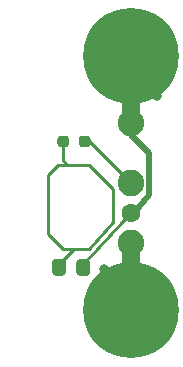
<source format=gbr>
%TF.GenerationSoftware,KiCad,Pcbnew,(5.1.7)-1*%
%TF.CreationDate,2020-11-20T16:51:11-06:00*%
%TF.ProjectId,PROBE-BOARD,50524f42-452d-4424-9f41-52442e6b6963,rev?*%
%TF.SameCoordinates,Original*%
%TF.FileFunction,Copper,L2,Bot*%
%TF.FilePolarity,Positive*%
%FSLAX46Y46*%
G04 Gerber Fmt 4.6, Leading zero omitted, Abs format (unit mm)*
G04 Created by KiCad (PCBNEW (5.1.7)-1) date 2020-11-20 16:51:11*
%MOMM*%
%LPD*%
G01*
G04 APERTURE LIST*
%TA.AperFunction,ComponentPad*%
%ADD10C,1.600000*%
%TD*%
%TA.AperFunction,ComponentPad*%
%ADD11C,2.250000*%
%TD*%
%TA.AperFunction,ComponentPad*%
%ADD12C,8.100000*%
%TD*%
%TA.AperFunction,ViaPad*%
%ADD13C,0.800000*%
%TD*%
%TA.AperFunction,Conductor*%
%ADD14C,0.500000*%
%TD*%
%TA.AperFunction,Conductor*%
%ADD15C,0.250000*%
%TD*%
%TA.AperFunction,Conductor*%
%ADD16C,1.500000*%
%TD*%
G04 APERTURE END LIST*
D10*
%TO.P,SW1,4*%
%TO.N,SIGNAL*%
X0Y-2540000D03*
D11*
%TO.P,SW1,3*%
%TO.N,VCC*%
X0Y0D03*
%TO.P,SW1,2*%
%TO.N,SIGNAL*%
X0Y5080000D03*
%TO.P,SW1,1*%
%TO.N,GND*%
X0Y-5080000D03*
%TD*%
%TO.P,R2,2*%
%TO.N,Net-(D2-Pad2)*%
%TA.AperFunction,SMDPad,CuDef*%
G36*
G01*
X-5251000Y3793500D02*
X-5251000Y3318500D01*
G75*
G02*
X-5488500Y3081000I-237500J0D01*
G01*
X-5988500Y3081000D01*
G75*
G02*
X-6226000Y3318500I0J237500D01*
G01*
X-6226000Y3793500D01*
G75*
G02*
X-5988500Y4031000I237500J0D01*
G01*
X-5488500Y4031000D01*
G75*
G02*
X-5251000Y3793500I0J-237500D01*
G01*
G37*
%TD.AperFunction*%
%TO.P,R2,1*%
%TO.N,VCC*%
%TA.AperFunction,SMDPad,CuDef*%
G36*
G01*
X-3426000Y3793500D02*
X-3426000Y3318500D01*
G75*
G02*
X-3663500Y3081000I-237500J0D01*
G01*
X-4163500Y3081000D01*
G75*
G02*
X-4401000Y3318500I0J237500D01*
G01*
X-4401000Y3793500D01*
G75*
G02*
X-4163500Y4031000I237500J0D01*
G01*
X-3663500Y4031000D01*
G75*
G02*
X-3426000Y3793500I0J-237500D01*
G01*
G37*
%TD.AperFunction*%
%TD*%
D12*
%TO.P,J2,1*%
%TO.N,GND*%
X0Y-10750000D03*
%TD*%
%TO.P,J1,1*%
%TO.N,SIGNAL*%
X0Y10750000D03*
%TD*%
%TO.P,D2,2*%
%TO.N,Net-(D2-Pad2)*%
%TA.AperFunction,SMDPad,CuDef*%
G36*
G01*
X-5521000Y-6661999D02*
X-5521000Y-7562001D01*
G75*
G02*
X-5770999Y-7812000I-249999J0D01*
G01*
X-6421001Y-7812000D01*
G75*
G02*
X-6671000Y-7562001I0J249999D01*
G01*
X-6671000Y-6661999D01*
G75*
G02*
X-6421001Y-6412000I249999J0D01*
G01*
X-5770999Y-6412000D01*
G75*
G02*
X-5521000Y-6661999I0J-249999D01*
G01*
G37*
%TD.AperFunction*%
%TO.P,D2,1*%
%TO.N,SIGNAL*%
%TA.AperFunction,SMDPad,CuDef*%
G36*
G01*
X-3471000Y-6661999D02*
X-3471000Y-7562001D01*
G75*
G02*
X-3720999Y-7812000I-249999J0D01*
G01*
X-4371001Y-7812000D01*
G75*
G02*
X-4621000Y-7562001I0J249999D01*
G01*
X-4621000Y-6661999D01*
G75*
G02*
X-4371001Y-6412000I249999J0D01*
G01*
X-3720999Y-6412000D01*
G75*
G02*
X-3471000Y-6661999I0J-249999D01*
G01*
G37*
%TD.AperFunction*%
%TD*%
D13*
%TO.N,*%
X-2286000Y-7239000D03*
%TO.N,SIGNAL*%
X2222500Y7429500D03*
%TD*%
D14*
%TO.N,VCC*%
X0Y254000D02*
X0Y0D01*
D15*
X-3913500Y3556000D02*
X-3556000Y3556000D01*
X-3556000Y3556000D02*
X0Y0D01*
D16*
%TO.N,GND*%
X0Y-10750000D02*
X0Y-5080000D01*
D14*
%TO.N,SIGNAL*%
X0Y10750000D02*
X-1188000Y10750000D01*
D16*
X0Y10750000D02*
X0Y5080000D01*
D14*
X-508000Y4572000D02*
X0Y5080000D01*
X-254000Y-2540000D02*
X0Y-2540000D01*
D15*
X-4046000Y-7112000D02*
X-3810000Y-7112000D01*
X-3810000Y-6604000D02*
X-762000Y-3302000D01*
X-762000Y-3302000D02*
X0Y-2540000D01*
D14*
X254000Y-2540000D02*
X1524000Y-1016000D01*
X0Y-2540000D02*
X254000Y-2540000D01*
X1524000Y2540000D02*
X1524000Y-1016000D01*
X0Y4064000D02*
X1524000Y2540000D01*
X0Y5080000D02*
X0Y4064000D01*
D15*
%TO.N,Net-(D2-Pad2)*%
X-6096000Y-6858000D02*
X-6096000Y-7112000D01*
X-4826000Y-5588000D02*
X-6096000Y-6858000D01*
X-3556000Y-5588000D02*
X-4826000Y-5588000D01*
X-1524000Y-508000D02*
X-1524000Y-3302000D01*
X-3556000Y1524000D02*
X-1524000Y-508000D01*
X-5334000Y1524000D02*
X-3556000Y1524000D01*
X-1524000Y-3302000D02*
X-3556000Y-5588000D01*
X-5738500Y1928500D02*
X-5334000Y1524000D01*
X-5738500Y3556000D02*
X-5738500Y1928500D01*
X-5334000Y1524000D02*
X-5905500Y1524000D01*
X-6159500Y1524000D02*
X-6985000Y698500D01*
X-6159500Y1524000D02*
X-5905500Y1524000D01*
X-5715000Y-5588000D02*
X-4826000Y-5588000D01*
X-6985000Y-4318000D02*
X-5715000Y-5588000D01*
X-6985000Y635000D02*
X-6985000Y-4318000D01*
%TD*%
M02*

</source>
